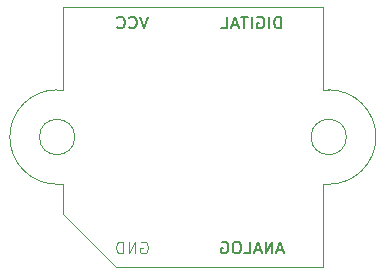
<source format=gbr>
G04 (created by PCBNEW (2013-may-18)-stable) date Вт 27 окт 2015 03:11:57*
%MOIN*%
G04 Gerber Fmt 3.4, Leading zero omitted, Abs format*
%FSLAX34Y34*%
G01*
G70*
G90*
G04 APERTURE LIST*
%ADD10C,0.00393701*%
%ADD11C,0.00590551*%
%ADD12C,0.00492126*%
G04 APERTURE END LIST*
G54D10*
X16141Y-11811D02*
X15944Y-11811D01*
X15944Y-11811D02*
X15944Y-14566D01*
X15944Y-5905D02*
X15944Y-8661D01*
X15944Y-8661D02*
X16141Y-8661D01*
X7086Y-8661D02*
X7283Y-8661D01*
X7283Y-8661D02*
X7283Y-5905D01*
X7086Y-11811D02*
X7283Y-11811D01*
X7283Y-11811D02*
X7283Y-12598D01*
X16141Y-8661D02*
G75*
G02X17716Y-10236I0J-1574D01*
G74*
G01*
X17716Y-10236D02*
G75*
G02X16141Y-11811I-1574J0D01*
G74*
G01*
X5511Y-10236D02*
G75*
G02X7086Y-8661I1574J0D01*
G74*
G01*
X7086Y-11811D02*
G75*
G02X5511Y-10236I0J1574D01*
G74*
G01*
X7677Y-10236D02*
G75*
G03X7677Y-10236I-590J0D01*
G74*
G01*
X16732Y-10236D02*
G75*
G03X16732Y-10236I-590J0D01*
G74*
G01*
X7283Y-12598D02*
X7283Y-12795D01*
X7283Y-12795D02*
X9055Y-14566D01*
X9055Y-14566D02*
X15944Y-14566D01*
X15944Y-5905D02*
X7283Y-5905D01*
G54D11*
X14552Y-6618D02*
X14552Y-6224D01*
X14458Y-6224D01*
X14402Y-6243D01*
X14364Y-6280D01*
X14345Y-6318D01*
X14327Y-6393D01*
X14327Y-6449D01*
X14345Y-6524D01*
X14364Y-6561D01*
X14402Y-6599D01*
X14458Y-6618D01*
X14552Y-6618D01*
X14158Y-6618D02*
X14158Y-6224D01*
X13764Y-6243D02*
X13802Y-6224D01*
X13858Y-6224D01*
X13914Y-6243D01*
X13952Y-6280D01*
X13970Y-6318D01*
X13989Y-6393D01*
X13989Y-6449D01*
X13970Y-6524D01*
X13952Y-6561D01*
X13914Y-6599D01*
X13858Y-6618D01*
X13820Y-6618D01*
X13764Y-6599D01*
X13745Y-6580D01*
X13745Y-6449D01*
X13820Y-6449D01*
X13577Y-6618D02*
X13577Y-6224D01*
X13446Y-6224D02*
X13221Y-6224D01*
X13333Y-6618D02*
X13333Y-6224D01*
X13108Y-6505D02*
X12921Y-6505D01*
X13146Y-6618D02*
X13014Y-6224D01*
X12883Y-6618D01*
X12564Y-6618D02*
X12752Y-6618D01*
X12752Y-6224D01*
X10111Y-6224D02*
X9980Y-6618D01*
X9849Y-6224D01*
X9492Y-6580D02*
X9511Y-6599D01*
X9567Y-6618D01*
X9605Y-6618D01*
X9661Y-6599D01*
X9699Y-6561D01*
X9717Y-6524D01*
X9736Y-6449D01*
X9736Y-6393D01*
X9717Y-6318D01*
X9699Y-6280D01*
X9661Y-6243D01*
X9605Y-6224D01*
X9567Y-6224D01*
X9511Y-6243D01*
X9492Y-6261D01*
X9099Y-6580D02*
X9117Y-6599D01*
X9174Y-6618D01*
X9211Y-6618D01*
X9267Y-6599D01*
X9305Y-6561D01*
X9324Y-6524D01*
X9342Y-6449D01*
X9342Y-6393D01*
X9324Y-6318D01*
X9305Y-6280D01*
X9267Y-6243D01*
X9211Y-6224D01*
X9174Y-6224D01*
X9117Y-6243D01*
X9099Y-6261D01*
X14617Y-14005D02*
X14430Y-14005D01*
X14655Y-14118D02*
X14523Y-13724D01*
X14392Y-14118D01*
X14261Y-14118D02*
X14261Y-13724D01*
X14036Y-14118D01*
X14036Y-13724D01*
X13867Y-14005D02*
X13680Y-14005D01*
X13905Y-14118D02*
X13774Y-13724D01*
X13642Y-14118D01*
X13324Y-14118D02*
X13511Y-14118D01*
X13511Y-13724D01*
X13117Y-13724D02*
X13042Y-13724D01*
X13005Y-13743D01*
X12967Y-13780D01*
X12949Y-13855D01*
X12949Y-13986D01*
X12967Y-14061D01*
X13005Y-14099D01*
X13042Y-14118D01*
X13117Y-14118D01*
X13155Y-14099D01*
X13192Y-14061D01*
X13211Y-13986D01*
X13211Y-13855D01*
X13192Y-13780D01*
X13155Y-13743D01*
X13117Y-13724D01*
X12574Y-13743D02*
X12611Y-13724D01*
X12667Y-13724D01*
X12724Y-13743D01*
X12761Y-13780D01*
X12780Y-13818D01*
X12799Y-13893D01*
X12799Y-13949D01*
X12780Y-14024D01*
X12761Y-14061D01*
X12724Y-14099D01*
X12667Y-14118D01*
X12630Y-14118D01*
X12574Y-14099D01*
X12555Y-14080D01*
X12555Y-13949D01*
X12630Y-13949D01*
G54D12*
X9886Y-13743D02*
X9924Y-13724D01*
X9980Y-13724D01*
X10036Y-13743D01*
X10074Y-13780D01*
X10092Y-13818D01*
X10111Y-13893D01*
X10111Y-13949D01*
X10092Y-14024D01*
X10074Y-14061D01*
X10036Y-14099D01*
X9980Y-14118D01*
X9942Y-14118D01*
X9886Y-14099D01*
X9867Y-14080D01*
X9867Y-13949D01*
X9942Y-13949D01*
X9699Y-14118D02*
X9699Y-13724D01*
X9474Y-14118D01*
X9474Y-13724D01*
X9286Y-14118D02*
X9286Y-13724D01*
X9192Y-13724D01*
X9136Y-13743D01*
X9099Y-13780D01*
X9080Y-13818D01*
X9061Y-13893D01*
X9061Y-13949D01*
X9080Y-14024D01*
X9099Y-14061D01*
X9136Y-14099D01*
X9192Y-14118D01*
X9286Y-14118D01*
M02*

</source>
